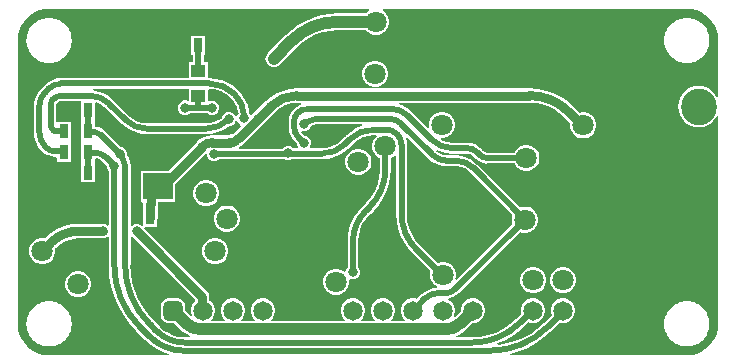
<source format=gbr>
%TF.GenerationSoftware,Altium Limited,Altium Designer,24.7.2 (38)*%
G04 Layer_Physical_Order=1*
G04 Layer_Color=255*
%FSLAX43Y43*%
%MOMM*%
%TF.SameCoordinates,A6C98B59-F63B-4C8E-8392-574C2285590F*%
%TF.FilePolarity,Positive*%
%TF.FileFunction,Copper,L1,Top,Signal*%
%TF.Part,Single*%
G01*
G75*
%TA.AperFunction,Conductor*%
%ADD10C,1.000*%
%ADD11C,0.800*%
%ADD12C,0.500*%
%TA.AperFunction,SMDPad,CuDef*%
%ADD13R,2.500X2.200*%
%ADD14R,1.200X1.100*%
%ADD15R,0.800X1.250*%
%TA.AperFunction,ComponentPad*%
%ADD16C,1.800*%
%ADD17O,3.000X3.100*%
%ADD18C,1.650*%
G04:AMPARAMS|DCode=19|XSize=1.65mm|YSize=1.65mm|CornerRadius=0.413mm|HoleSize=0mm|Usage=FLASHONLY|Rotation=180.000|XOffset=0mm|YOffset=0mm|HoleType=Round|Shape=RoundedRectangle|*
%AMROUNDEDRECTD19*
21,1,1.650,0.825,0,0,180.0*
21,1,0.825,1.650,0,0,180.0*
1,1,0.825,-0.413,0.413*
1,1,0.825,0.413,0.413*
1,1,0.825,0.413,-0.413*
1,1,0.825,-0.413,-0.413*
%
%ADD19ROUNDEDRECTD19*%
%TA.AperFunction,ViaPad*%
%ADD20C,0.800*%
G36*
X57000Y29667D02*
Y29667D01*
X57124Y29659D01*
X57417Y29636D01*
X57825Y29538D01*
X58211Y29378D01*
X58569Y29159D01*
X58887Y28887D01*
X59159Y28569D01*
X59378Y28211D01*
X59538Y27825D01*
X59636Y27417D01*
X59659Y27124D01*
X59667Y27000D01*
X59667Y27000D01*
X59667Y26873D01*
X59667Y22208D01*
X59540Y22176D01*
X59420Y22399D01*
X59208Y22658D01*
X58949Y22870D01*
X58654Y23028D01*
X58333Y23125D01*
X58000Y23158D01*
X57667Y23125D01*
X57346Y23028D01*
X57051Y22870D01*
X56792Y22658D01*
X56580Y22399D01*
X56422Y22104D01*
X56325Y21783D01*
X56292Y21450D01*
Y21350D01*
X56325Y21017D01*
X56422Y20696D01*
X56580Y20401D01*
X56792Y20142D01*
X57051Y19930D01*
X57346Y19772D01*
X57667Y19675D01*
X58000Y19642D01*
X58333Y19675D01*
X58654Y19772D01*
X58949Y19930D01*
X59208Y20142D01*
X59420Y20401D01*
X59540Y20624D01*
X59667Y20592D01*
X59667Y3125D01*
X59667Y3003D01*
X59667Y3000D01*
D01*
X59659Y2877D01*
X59636Y2583D01*
X59538Y2175D01*
X59378Y1789D01*
X59159Y1431D01*
X58887Y1113D01*
X58569Y841D01*
X58211Y622D01*
X57825Y462D01*
X57417Y364D01*
X57124Y341D01*
X57000Y333D01*
X57000Y333D01*
X56873Y333D01*
X42038D01*
X42020Y460D01*
X42769Y676D01*
X43531Y992D01*
X44252Y1391D01*
X44925Y1868D01*
X45448Y2335D01*
X45540Y2417D01*
X45541Y2419D01*
X45628Y2510D01*
X46248Y3129D01*
X46375Y3095D01*
X46645D01*
X46906Y3165D01*
X47139Y3300D01*
X47330Y3491D01*
X47465Y3724D01*
X47535Y3985D01*
Y4255D01*
X47465Y4516D01*
X47330Y4749D01*
X47139Y4940D01*
X46906Y5075D01*
X46645Y5145D01*
X46375D01*
X46114Y5075D01*
X45881Y4940D01*
X45690Y4749D01*
X45555Y4516D01*
X45485Y4255D01*
Y3985D01*
X45553Y3732D01*
X44890Y3069D01*
X44876Y3048D01*
X44355Y2582D01*
X43766Y2165D01*
X43134Y1815D01*
X42467Y1539D01*
X41773Y1339D01*
X41061Y1218D01*
X40989Y1214D01*
X40960Y1340D01*
X41498Y1562D01*
X42103Y1897D01*
X42667Y2297D01*
X43182Y2757D01*
X43182Y2758D01*
X43586Y3162D01*
X43835Y3095D01*
X44105D01*
X44366Y3165D01*
X44599Y3300D01*
X44790Y3491D01*
X44925Y3724D01*
X44995Y3985D01*
Y4255D01*
X44925Y4516D01*
X44790Y4749D01*
X44599Y4940D01*
X44366Y5075D01*
X44105Y5145D01*
X43835D01*
X43574Y5075D01*
X43341Y4940D01*
X43150Y4749D01*
X43015Y4516D01*
X42945Y4255D01*
Y3985D01*
X42980Y3854D01*
X42533Y3407D01*
X42517Y3383D01*
X42022Y2949D01*
X41450Y2567D01*
X40834Y2263D01*
X40183Y2042D01*
X39509Y1908D01*
X38852Y1865D01*
X38825Y1870D01*
X38823Y1870D01*
X38823Y1870D01*
X38822Y1870D01*
X37484D01*
X37466Y1996D01*
X37509Y2009D01*
X37955Y2248D01*
X38346Y2569D01*
X38342Y2573D01*
X38863Y3095D01*
X39025D01*
X39286Y3165D01*
X39519Y3300D01*
X39710Y3491D01*
X39845Y3724D01*
X39915Y3985D01*
Y4255D01*
X39845Y4516D01*
X39710Y4749D01*
X39519Y4940D01*
X39286Y5075D01*
X39025Y5145D01*
X38755D01*
X38494Y5075D01*
X38261Y4940D01*
X38070Y4749D01*
X37935Y4516D01*
X37865Y4255D01*
Y4093D01*
X37392Y3620D01*
X37290Y3698D01*
X37305Y3724D01*
X37375Y3985D01*
Y4255D01*
X37305Y4516D01*
X37170Y4749D01*
X36979Y4940D01*
X36820Y5032D01*
X36848Y5162D01*
X36848Y5163D01*
X37169Y5260D01*
X37466Y5419D01*
X37723Y5630D01*
X37727Y5632D01*
X42889Y10794D01*
X43130Y10729D01*
X43420D01*
X43700Y10804D01*
X43950Y10949D01*
X44155Y11154D01*
X44300Y11405D01*
X44375Y11685D01*
Y11974D01*
X44300Y12254D01*
X44155Y12505D01*
X43950Y12710D01*
X43700Y12855D01*
X43420Y12929D01*
X43130D01*
X42889Y12865D01*
X39272Y16482D01*
X39184Y16573D01*
X39184Y16573D01*
X38828Y16865D01*
X38421Y17082D01*
X37980Y17216D01*
X37521Y17261D01*
Y17259D01*
X36718D01*
X36718Y17259D01*
X36717Y17259D01*
X36716Y17259D01*
X36692Y17254D01*
X36355Y17298D01*
X36018Y17438D01*
X35827Y17584D01*
X35804Y17605D01*
X35867Y17714D01*
X36252Y17554D01*
X36682Y17451D01*
X37124Y17416D01*
X37125Y17416D01*
X37126Y17416D01*
X38438D01*
X38459Y17420D01*
X38683Y17376D01*
X38873Y17249D01*
X38885Y17231D01*
X39135Y16981D01*
X39135Y16981D01*
X39133Y16979D01*
X39420Y16759D01*
X39755Y16620D01*
X40113Y16573D01*
X40113Y16575D01*
X40113Y16576D01*
X42415Y16576D01*
X42541Y16359D01*
X42745Y16154D01*
X42996Y16010D01*
X43276Y15935D01*
X43566D01*
X43845Y16010D01*
X44096Y16154D01*
X44301Y16359D01*
X44446Y16610D01*
X44521Y16890D01*
Y17179D01*
X44446Y17459D01*
X44301Y17710D01*
X44096Y17915D01*
X43845Y18060D01*
X43566Y18135D01*
X43276D01*
X42996Y18060D01*
X42745Y17915D01*
X42541Y17710D01*
X42415Y17493D01*
X40113Y17493D01*
X40100Y17491D01*
X39933Y17524D01*
X39881Y17559D01*
X39784Y17630D01*
X39694Y17720D01*
X39534Y17880D01*
X39534Y17880D01*
X39534Y17880D01*
X39534Y17880D01*
X39522Y17888D01*
X39298Y18071D01*
X39031Y18215D01*
X38740Y18303D01*
X38451Y18331D01*
X38438Y18334D01*
X37126D01*
X37107Y18330D01*
X36751Y18365D01*
X36393Y18474D01*
X36114Y18623D01*
X36146Y18750D01*
X36396D01*
X36676Y18825D01*
X36927Y18970D01*
X37131Y19175D01*
X37276Y19425D01*
X37351Y19705D01*
Y19995D01*
X37276Y20275D01*
X37131Y20525D01*
X36927Y20730D01*
X36676Y20875D01*
X36396Y20950D01*
X36106D01*
X35827Y20875D01*
X35576Y20730D01*
X35371Y20525D01*
X35226Y20275D01*
X35151Y19995D01*
Y19705D01*
X35156Y19686D01*
X35046Y19622D01*
X33738Y20931D01*
X33738Y20931D01*
X33740Y20934D01*
X33350Y21253D01*
X32905Y21491D01*
X32592Y21586D01*
X32611Y21713D01*
X43664D01*
X43694Y21719D01*
X44203Y21686D01*
X44733Y21580D01*
X45245Y21407D01*
X45729Y21168D01*
X46178Y20868D01*
X46560Y20533D01*
X46577Y20508D01*
X47128Y19957D01*
X47125Y19945D01*
Y19655D01*
X47200Y19375D01*
X47345Y19125D01*
X47550Y18920D01*
X47800Y18775D01*
X48080Y18700D01*
X48370D01*
X48650Y18775D01*
X48900Y18920D01*
X49105Y19125D01*
X49250Y19375D01*
X49325Y19655D01*
Y19945D01*
X49250Y20225D01*
X49105Y20475D01*
X48900Y20680D01*
X48650Y20825D01*
X48370Y20900D01*
X48080D01*
X47950Y20865D01*
X47531Y21284D01*
X47442Y21373D01*
X47441Y21374D01*
X47441Y21374D01*
X47439Y21376D01*
X46918Y21832D01*
X46337Y22220D01*
X45710Y22530D01*
X45048Y22754D01*
X44362Y22891D01*
X43667Y22936D01*
X43664Y22937D01*
X23980D01*
X23979Y22937D01*
X23979Y22937D01*
X23978D01*
Y22937D01*
X23977D01*
X23974Y22936D01*
X23395Y22891D01*
X22827Y22754D01*
X22287Y22531D01*
X21789Y22225D01*
X21347Y21847D01*
X21345Y21846D01*
X20141Y20642D01*
X20016Y20667D01*
X19991Y20729D01*
X19964Y20756D01*
X19945Y20997D01*
X19826Y21490D01*
X19632Y21958D01*
X19367Y22391D01*
X19117Y22684D01*
X19038Y22778D01*
X19038Y22778D01*
X18619Y23135D01*
X18145Y23425D01*
X17633Y23638D01*
X17093Y23767D01*
X16542Y23811D01*
X16520Y23828D01*
X16446Y23896D01*
Y25150D01*
X16105D01*
Y25750D01*
X16220D01*
Y27400D01*
X15020D01*
Y25750D01*
X15188D01*
Y25150D01*
X14846D01*
Y23809D01*
X4018D01*
Y23809D01*
X3650Y23773D01*
X3296Y23665D01*
X2969Y23491D01*
X2777Y23333D01*
X2776Y23333D01*
X2776Y23333D01*
X2776Y23332D01*
X2775Y23332D01*
X2683Y23256D01*
X2681Y23254D01*
X2681Y23254D01*
X2409Y22982D01*
X2319Y22893D01*
X2317Y22892D01*
X2241Y22799D01*
X2058Y22576D01*
X1865Y22215D01*
X1747Y21824D01*
X1707Y21418D01*
X1707Y21418D01*
X1707Y21418D01*
X1708Y21299D01*
Y19404D01*
X1706Y19277D01*
X1705Y19276D01*
X1717Y19154D01*
X1750Y18824D01*
X1882Y18389D01*
X2096Y17989D01*
X2352Y17676D01*
X2383Y17639D01*
X2406Y17617D01*
X2439Y17586D01*
X2439Y17586D01*
X2439Y17586D01*
X2439Y17586D01*
X2439Y17586D01*
X2439Y17586D01*
X2452Y17577D01*
X2670Y17398D01*
X2932Y17258D01*
X3216Y17172D01*
X3495Y17144D01*
X3511Y17141D01*
Y17141D01*
X3511Y17141D01*
X3612Y17141D01*
X3702Y17051D01*
Y16736D01*
X4902D01*
Y18386D01*
X4902D01*
Y18480D01*
X4902D01*
Y20130D01*
X3702D01*
Y20130D01*
X3584Y20152D01*
X3584Y21440D01*
X3584Y21478D01*
X3597Y21599D01*
X3597Y21600D01*
X3827Y21829D01*
X3833Y21838D01*
X3906Y21868D01*
X3916Y21866D01*
X5702D01*
Y20238D01*
X5702D01*
X5702Y20130D01*
X5702D01*
X5702Y20111D01*
Y18480D01*
X5702D01*
Y18386D01*
X5702D01*
Y16736D01*
X5702D01*
X5700Y16632D01*
X5700D01*
X5700Y16610D01*
Y14982D01*
X6900D01*
Y16632D01*
X6900D01*
X6902Y16736D01*
X6902D01*
X6902Y16758D01*
Y16941D01*
X6997Y17025D01*
X7089Y17013D01*
X7318Y16918D01*
X7505Y16774D01*
X7513Y16763D01*
X7875Y16401D01*
Y16281D01*
X7966Y16060D01*
X8066Y15960D01*
Y11366D01*
X8064Y11364D01*
X7939Y11310D01*
X7930Y11316D01*
X7888Y11359D01*
X7832Y11382D01*
X7782Y11415D01*
X7723Y11427D01*
X7667Y11450D01*
X7607D01*
X7548Y11462D01*
X5569D01*
X5567Y11463D01*
Y11463D01*
X4927Y11412D01*
X4303Y11262D01*
X3709Y11017D01*
X3162Y10681D01*
X2768Y10344D01*
X2674Y10264D01*
X2673Y10264D01*
X2552Y10250D01*
X2281D01*
X2001Y10175D01*
X1751Y10030D01*
X1546Y9825D01*
X1401Y9575D01*
X1326Y9295D01*
Y9005D01*
X1401Y8725D01*
X1546Y8475D01*
X1751Y8270D01*
X2001Y8125D01*
X2281Y8050D01*
X2571D01*
X2851Y8125D01*
X3101Y8270D01*
X3306Y8475D01*
X3451Y8725D01*
X3526Y9005D01*
Y9295D01*
X3507Y9366D01*
X3539Y9398D01*
X3555Y9422D01*
X3877Y9697D01*
X4262Y9933D01*
X4679Y10105D01*
X5118Y10211D01*
X5441Y10236D01*
X5567Y10238D01*
X5568Y10238D01*
X5570Y10238D01*
X7548D01*
X7607Y10250D01*
X7667D01*
X7723Y10273D01*
X7782Y10285D01*
X7832Y10318D01*
X7888Y10341D01*
X7930Y10384D01*
X7939Y10390D01*
X8064Y10336D01*
X8066Y10334D01*
Y8085D01*
X8063Y7959D01*
X8063Y7959D01*
X8070Y7835D01*
X8112Y7083D01*
X8259Y6218D01*
X8502Y5375D01*
X8838Y4565D01*
X9262Y3797D01*
X9770Y3081D01*
X10354Y2427D01*
X10354D01*
X10358Y2428D01*
X11068Y1718D01*
X11150Y1634D01*
Y1634D01*
Y1634D01*
X11150Y1634D01*
X11610Y1231D01*
X12118Y891D01*
X12667Y621D01*
X13139Y460D01*
X13118Y333D01*
X3127D01*
X3000Y333D01*
X2876Y341D01*
X2583Y364D01*
X2175Y462D01*
X1789Y622D01*
X1431Y841D01*
X1113Y1113D01*
X841Y1431D01*
X622Y1789D01*
X462Y2175D01*
X364Y2583D01*
X341Y2876D01*
X333Y3000D01*
X333Y3127D01*
X333Y26873D01*
X333Y27000D01*
X341Y27124D01*
X364Y27417D01*
X462Y27825D01*
X622Y28211D01*
X841Y28569D01*
X1113Y28887D01*
X1431Y29159D01*
X1789Y29378D01*
X2175Y29538D01*
X2583Y29636D01*
X2874Y29659D01*
X3000Y29667D01*
X3000Y29667D01*
X3124Y29667D01*
X30123D01*
X30157Y29540D01*
X30011Y29455D01*
X29837Y29281D01*
X27467D01*
Y29285D01*
X26763Y29245D01*
X26068Y29127D01*
X25390Y28932D01*
X24739Y28662D01*
X24122Y28321D01*
X23547Y27914D01*
X23115Y27527D01*
X23022Y27444D01*
X23021Y27443D01*
X22935Y27352D01*
X21533Y25949D01*
X21421Y25803D01*
X21350Y25633D01*
X21326Y25450D01*
Y25450D01*
X21350Y25267D01*
X21421Y25097D01*
X21533Y24951D01*
X21679Y24839D01*
X21849Y24768D01*
X22032Y24744D01*
X22215Y24768D01*
X22385Y24839D01*
X22531Y24951D01*
X22532Y24951D01*
X24022Y26442D01*
X24034Y26457D01*
X24500Y26866D01*
X25030Y27220D01*
X25601Y27502D01*
X26205Y27707D01*
X26830Y27831D01*
X27447Y27871D01*
X27467Y27869D01*
X29837D01*
X30011Y27695D01*
X30262Y27550D01*
X30542Y27475D01*
X30831D01*
X31111Y27550D01*
X31362Y27695D01*
X31567Y27900D01*
X31712Y28150D01*
X31787Y28430D01*
Y28720D01*
X31712Y29000D01*
X31567Y29250D01*
X31362Y29455D01*
X31216Y29540D01*
X31250Y29667D01*
X56875D01*
X57000Y29667D01*
D02*
G37*
G36*
X17052Y22850D02*
X17545Y22700D01*
X17999Y22457D01*
X18297Y22213D01*
X18388Y22127D01*
X18388Y22127D01*
X18388Y22127D01*
X18473Y22035D01*
X18682Y21780D01*
X18896Y21379D01*
X19028Y20944D01*
X19043Y20798D01*
X18973Y20729D01*
X18910Y20576D01*
X18773D01*
X18721Y20701D01*
X18552Y20870D01*
X18331Y20961D01*
X18093D01*
X17872Y20870D01*
X17703Y20701D01*
X17612Y20480D01*
Y20403D01*
X17545Y20348D01*
X17149Y20137D01*
X16718Y20006D01*
X16295Y19964D01*
X16272Y19969D01*
X16270Y19969D01*
X16270Y19969D01*
X16269Y19969D01*
X11316D01*
X11315Y19969D01*
X11315Y19969D01*
X11313Y19969D01*
X11292Y19965D01*
X10896Y20004D01*
X10495Y20126D01*
X10124Y20324D01*
X9897Y20510D01*
X9804Y20594D01*
X9803Y20596D01*
X9803Y20596D01*
X9802Y20597D01*
X8437Y21962D01*
X8437Y21962D01*
X8437Y21962D01*
X8435Y21964D01*
X8435Y21964D01*
X8435Y21964D01*
X8434Y21964D01*
X8433Y21966D01*
X8101Y22249D01*
X7726Y22478D01*
X7320Y22647D01*
X6893Y22749D01*
X6702Y22764D01*
X6707Y22891D01*
X14846D01*
Y21944D01*
X14741Y21873D01*
X14644Y21913D01*
X14406D01*
X14185Y21822D01*
X14016Y21653D01*
X13925Y21433D01*
Y21194D01*
X14016Y20974D01*
X14185Y20805D01*
X14406Y20713D01*
X14644D01*
X14865Y20805D01*
X14911Y20851D01*
X16432D01*
X16485Y20798D01*
X16706Y20707D01*
X16944D01*
X17165Y20798D01*
X17334Y20967D01*
X17425Y21187D01*
Y21426D01*
X17334Y21647D01*
X17165Y21815D01*
X16944Y21907D01*
X16706D01*
X16573Y21852D01*
X16446Y21937D01*
Y22811D01*
X16538Y22891D01*
X16542Y22891D01*
X16570Y22897D01*
X17052Y22850D01*
D02*
G37*
G36*
X24392Y21586D02*
X24277Y21551D01*
X23977Y21391D01*
X23717Y21178D01*
X23713Y21175D01*
X23713Y21175D01*
X23711Y21177D01*
X23482Y20879D01*
X23337Y20530D01*
X23288Y20155D01*
X23291Y20155D01*
X23291Y20155D01*
Y19645D01*
X23293Y19635D01*
X23323Y19335D01*
X23413Y19038D01*
X23559Y18765D01*
X23745Y18538D01*
X23753Y18526D01*
X24007Y18272D01*
Y18202D01*
X24098Y17981D01*
X24103Y17976D01*
X24055Y17859D01*
X23684D01*
X23599Y17944D01*
X23379Y18035D01*
X23140D01*
X22920Y17944D01*
X22817Y17841D01*
X19111D01*
X19084Y17967D01*
X19093Y17972D01*
X19106Y17985D01*
X19223Y18048D01*
X19474Y18253D01*
X19500Y18271D01*
X19500Y18271D01*
X19500Y18271D01*
X19589Y18360D01*
X22210Y20981D01*
X22231Y21013D01*
X22583Y21301D01*
X23017Y21533D01*
X23488Y21676D01*
X23851Y21712D01*
X23978Y21713D01*
X23979Y21713D01*
X23981Y21713D01*
X24373D01*
X24392Y21586D01*
D02*
G37*
G36*
X7178Y21728D02*
X7504Y21553D01*
X7693Y21398D01*
X7786Y21315D01*
X7786Y21315D01*
X7788Y21313D01*
X9071Y20031D01*
X9155Y19945D01*
Y19945D01*
X9155Y19945D01*
X9519Y19634D01*
X9928Y19384D01*
X10371Y19200D01*
X10836Y19088D01*
X11314Y19051D01*
Y19051D01*
X11315Y19051D01*
X11316Y19051D01*
X16154D01*
X16271Y19050D01*
X16271Y19050D01*
X16271Y19050D01*
X16772Y19090D01*
X17261Y19207D01*
X17726Y19400D01*
X18155Y19662D01*
X18270Y19761D01*
X18331D01*
X18552Y19852D01*
X18721Y20021D01*
X18784Y20174D01*
X18922D01*
X18973Y20049D01*
X19142Y19880D01*
X19204Y19855D01*
X19229Y19730D01*
X18635Y19136D01*
X18620Y19114D01*
X18522Y19048D01*
X18143Y18962D01*
X16813Y18962D01*
X16813Y18962D01*
X16813Y18962D01*
Y18962D01*
X16781Y18956D01*
X16463Y18924D01*
X16127Y18822D01*
X15818Y18657D01*
X15570Y18454D01*
X15544Y18436D01*
X13058Y15950D01*
X10770D01*
Y13350D01*
X10885D01*
X10978Y13223D01*
X10963Y13150D01*
Y11975D01*
X10970Y11943D01*
Y11350D01*
X10899Y11307D01*
X10843Y11293D01*
X10807Y11316D01*
X10765Y11359D01*
X10709Y11382D01*
X10659Y11415D01*
X10600Y11427D01*
X10544Y11450D01*
X10484D01*
X10425Y11462D01*
X10366Y11450D01*
X10306D01*
X10250Y11427D01*
X10191Y11415D01*
X10141Y11382D01*
X10085Y11359D01*
X10043Y11316D01*
X10026Y11305D01*
X9915Y11347D01*
X9899Y11361D01*
Y15991D01*
X9899Y16357D01*
X9899Y16357D01*
X9899D01*
X9899Y16358D01*
X9864Y16712D01*
X9760Y17053D01*
X9642Y17275D01*
Y17483D01*
X9550Y17703D01*
X9381Y17872D01*
X9161Y17963D01*
X9090D01*
X7714Y19340D01*
X7715Y19341D01*
X7457Y19539D01*
X7156Y19664D01*
X6902Y19698D01*
Y20130D01*
X6902D01*
X6902Y20238D01*
X6902D01*
X6902Y20257D01*
Y21705D01*
X7004Y21780D01*
X7178Y21728D01*
D02*
G37*
G36*
X25611Y19891D02*
X29523D01*
X29538Y19764D01*
X29435Y19740D01*
X28964Y19545D01*
X28529Y19278D01*
X28234Y19026D01*
X28142Y18947D01*
X28140Y18945D01*
X28051Y18855D01*
X27726Y18529D01*
X27712Y18508D01*
X27382Y18238D01*
X26986Y18026D01*
X26556Y17896D01*
X26134Y17854D01*
X26110Y17859D01*
X26108Y17859D01*
X26108Y17859D01*
X26108Y17859D01*
X25159D01*
X25111Y17976D01*
X25116Y17981D01*
X25207Y18202D01*
Y18440D01*
X25116Y18661D01*
X24947Y18830D01*
X24726Y18921D01*
X24656D01*
X24402Y19175D01*
X24398Y19178D01*
X24357Y19231D01*
X24364Y19267D01*
X24488Y19353D01*
X24726D01*
X24947Y19444D01*
X25116Y19613D01*
X25187Y19785D01*
X25378Y19864D01*
X25600Y19893D01*
X25611Y19891D01*
D02*
G37*
G36*
X30439Y18980D02*
X30691D01*
X30743Y18853D01*
X30595Y18704D01*
X30450Y18453D01*
X30375Y18174D01*
Y17884D01*
X30450Y17604D01*
X30595Y17353D01*
X30800Y17149D01*
X31016Y17024D01*
Y16078D01*
X31016Y16076D01*
X31016Y16075D01*
X31015Y15949D01*
X30975Y15447D01*
X30828Y14834D01*
X30587Y14252D01*
X30258Y13714D01*
X29867Y13257D01*
X29841Y13240D01*
X29484Y12883D01*
X29484Y12883D01*
X29483Y12882D01*
X29126Y12475D01*
X28825Y12025D01*
X28586Y11540D01*
X28412Y11027D01*
X28307Y10497D01*
X28279Y10080D01*
X28271Y9957D01*
X28271Y9956D01*
X28271Y9954D01*
Y7747D01*
X28221Y7698D01*
X28130Y7477D01*
Y7468D01*
X28013Y7419D01*
X27977Y7455D01*
X27726Y7600D01*
X27446Y7675D01*
X27156D01*
X26877Y7600D01*
X26626Y7455D01*
X26421Y7250D01*
X26276Y7000D01*
X26201Y6720D01*
Y6430D01*
X26276Y6150D01*
X26421Y5900D01*
X26626Y5695D01*
X26877Y5550D01*
X27156Y5475D01*
X27446D01*
X27726Y5550D01*
X27977Y5695D01*
X28181Y5900D01*
X28326Y6150D01*
X28401Y6430D01*
Y6707D01*
X28435Y6744D01*
X28512Y6799D01*
X28611Y6758D01*
X28849D01*
X29070Y6849D01*
X29239Y7018D01*
X29330Y7238D01*
Y7477D01*
X29239Y7698D01*
X29189Y7747D01*
Y9955D01*
X29189Y9956D01*
X29189Y9956D01*
X29189Y9957D01*
X29184Y9979D01*
X29222Y10461D01*
X29341Y10953D01*
X29534Y11421D01*
X29799Y11852D01*
X30047Y12143D01*
X30133Y12234D01*
X30133Y12234D01*
X30223Y12324D01*
X30400Y12501D01*
X30491Y12589D01*
X30492Y12591D01*
X30573Y12683D01*
X30917Y13076D01*
X31275Y13612D01*
X31560Y14190D01*
X31768Y14800D01*
X31893Y15432D01*
X31936Y16075D01*
X31936D01*
X31934Y16077D01*
Y17024D01*
X32150Y17149D01*
X32264Y17262D01*
X32391Y17210D01*
Y12318D01*
X32391Y12316D01*
X32390Y12315D01*
X32430Y11699D01*
X32551Y11094D01*
X32749Y10509D01*
X33022Y9956D01*
X33365Y9442D01*
X33691Y9070D01*
X33772Y8978D01*
X33774Y8977D01*
X33864Y8888D01*
X35294Y7458D01*
X35250Y7295D01*
Y7005D01*
X35325Y6725D01*
X35470Y6475D01*
X35675Y6270D01*
X35843Y6173D01*
X35815Y6042D01*
X35499Y6011D01*
X35147Y5904D01*
X34823Y5731D01*
X34634Y5576D01*
X34539Y5498D01*
X34539Y5498D01*
X34449Y5408D01*
X34135Y5094D01*
X33945Y5145D01*
X33675D01*
X33414Y5075D01*
X33181Y4940D01*
X32990Y4749D01*
X32855Y4516D01*
X32785Y4255D01*
Y3985D01*
X32855Y3724D01*
X32990Y3491D01*
X33122Y3358D01*
X33070Y3231D01*
X32010D01*
X31958Y3358D01*
X32090Y3491D01*
X32225Y3724D01*
X32295Y3985D01*
Y4255D01*
X32225Y4516D01*
X32090Y4749D01*
X31899Y4940D01*
X31666Y5075D01*
X31405Y5145D01*
X31135D01*
X30874Y5075D01*
X30641Y4940D01*
X30450Y4749D01*
X30315Y4516D01*
X30245Y4255D01*
Y3985D01*
X30315Y3724D01*
X30450Y3491D01*
X30582Y3358D01*
X30530Y3231D01*
X29470D01*
X29418Y3358D01*
X29550Y3491D01*
X29685Y3724D01*
X29755Y3985D01*
Y4255D01*
X29685Y4516D01*
X29550Y4749D01*
X29359Y4940D01*
X29126Y5075D01*
X28865Y5145D01*
X28595D01*
X28334Y5075D01*
X28101Y4940D01*
X27910Y4749D01*
X27775Y4516D01*
X27705Y4255D01*
Y3985D01*
X27775Y3724D01*
X27910Y3491D01*
X28042Y3358D01*
X27990Y3231D01*
X21850Y3231D01*
X21798Y3358D01*
X21930Y3491D01*
X22065Y3724D01*
X22135Y3985D01*
Y4255D01*
X22065Y4516D01*
X21930Y4749D01*
X21739Y4940D01*
X21506Y5075D01*
X21245Y5145D01*
X20975D01*
X20714Y5075D01*
X20481Y4940D01*
X20290Y4749D01*
X20155Y4516D01*
X20085Y4255D01*
Y3985D01*
X20155Y3724D01*
X20290Y3491D01*
X20422Y3358D01*
X20370Y3231D01*
X19310D01*
X19258Y3358D01*
X19390Y3491D01*
X19525Y3724D01*
X19595Y3985D01*
Y4255D01*
X19525Y4516D01*
X19390Y4749D01*
X19199Y4940D01*
X18966Y5075D01*
X18705Y5145D01*
X18435D01*
X18174Y5075D01*
X17941Y4940D01*
X17750Y4749D01*
X17615Y4516D01*
X17545Y4255D01*
Y3985D01*
X17615Y3724D01*
X17750Y3491D01*
X17882Y3358D01*
X17830Y3231D01*
X16770D01*
X16718Y3358D01*
X16850Y3491D01*
X16985Y3724D01*
X17055Y3985D01*
Y4255D01*
X16985Y4516D01*
X16850Y4749D01*
X16659Y4940D01*
X16572Y4990D01*
Y5314D01*
X16526Y5549D01*
X16393Y5747D01*
X11043Y11097D01*
X11095Y11224D01*
X12170D01*
Y11889D01*
X12187Y11975D01*
Y13017D01*
X12205Y13061D01*
Y13121D01*
X12217Y13180D01*
Y13350D01*
X13670D01*
Y14832D01*
X16273Y17435D01*
X16400Y17382D01*
Y17244D01*
X16491Y17024D01*
X16660Y16855D01*
X16881Y16764D01*
X17119D01*
X17340Y16855D01*
X17408Y16923D01*
X22928D01*
X23140Y16835D01*
X23379D01*
X23599Y16926D01*
X23614Y16941D01*
X25983D01*
X26109Y16940D01*
X26232Y16950D01*
X26610Y16980D01*
X27099Y17097D01*
X27563Y17289D01*
X27992Y17552D01*
X28282Y17799D01*
X28374Y17878D01*
X28375Y17880D01*
X28464Y17970D01*
X28790Y18296D01*
X28804Y18317D01*
X29141Y18593D01*
X29545Y18809D01*
X29983Y18942D01*
X30414Y18985D01*
X30439Y18980D01*
D02*
G37*
G36*
X34996Y17106D02*
X35083Y17015D01*
Y17015D01*
X35083Y17015D01*
X35433Y16728D01*
X35833Y16515D01*
X36266Y16383D01*
X36716Y16339D01*
Y16339D01*
X36717Y16341D01*
X36719Y16341D01*
X37521D01*
X37547Y16346D01*
X37894Y16301D01*
X38241Y16157D01*
X38519Y15944D01*
X38533Y15922D01*
X42240Y12216D01*
X42175Y11974D01*
Y11685D01*
X42240Y11443D01*
X37501Y6704D01*
X37387Y6770D01*
X37450Y7005D01*
Y7295D01*
X37375Y7575D01*
X37230Y7825D01*
X37025Y8030D01*
X36775Y8175D01*
X36495Y8250D01*
X36205D01*
X35925Y8175D01*
X35893Y8157D01*
X34423Y9627D01*
X34399Y9643D01*
X34028Y10077D01*
X33716Y10586D01*
X33487Y11138D01*
X33348Y11719D01*
X33303Y12287D01*
X33309Y12315D01*
X33309Y12317D01*
X33309Y12317D01*
X33309Y12317D01*
Y18138D01*
X33308Y18141D01*
X33275Y18483D01*
X33203Y18720D01*
X33315Y18787D01*
X34996Y17106D01*
D02*
G37*
G36*
X15349Y5061D02*
Y4888D01*
X15210Y4749D01*
X15075Y4516D01*
X15005Y4255D01*
Y3985D01*
X15075Y3724D01*
X15090Y3698D01*
X15088Y3696D01*
X14982Y3627D01*
X14527Y4081D01*
Y4532D01*
X14479Y4771D01*
X14344Y4974D01*
X14141Y5109D01*
X13903Y5157D01*
X13078D01*
X12839Y5109D01*
X12636Y4974D01*
X12501Y4771D01*
X12453Y4532D01*
Y3707D01*
X12501Y3469D01*
X12636Y3266D01*
X12839Y3131D01*
X13078Y3083D01*
X13529D01*
X13983Y2628D01*
X13983Y2627D01*
X13982Y2626D01*
X14310Y2346D01*
X14681Y2119D01*
X14974Y1997D01*
X14949Y1870D01*
X14644D01*
X14517Y1870D01*
X14517Y1870D01*
X14517Y1870D01*
X14391Y1875D01*
X14045Y1902D01*
X13590Y2011D01*
X13158Y2190D01*
X12758Y2435D01*
X12417Y2726D01*
X12406Y2743D01*
X11852Y3297D01*
X11830Y3311D01*
X11349Y3850D01*
X10915Y4461D01*
X10553Y5116D01*
X10267Y5808D01*
X10060Y6527D01*
X9934Y7265D01*
X9894Y7988D01*
X9899Y8014D01*
X9899Y8015D01*
X9899Y8016D01*
X9899Y8016D01*
Y10337D01*
X10026Y10384D01*
X15349Y5061D01*
D02*
G37*
%LPC*%
G36*
X57148Y28908D02*
X56852D01*
X56813Y28900D01*
X56773D01*
X56483Y28842D01*
X56446Y28827D01*
X56406Y28819D01*
X56133Y28706D01*
X56100Y28684D01*
X56063Y28668D01*
X55817Y28504D01*
X55789Y28476D01*
X55755Y28454D01*
X55546Y28245D01*
X55524Y28211D01*
X55496Y28183D01*
X55332Y27937D01*
X55316Y27900D01*
X55294Y27867D01*
X55181Y27594D01*
X55173Y27554D01*
X55158Y27517D01*
X55100Y27227D01*
Y27187D01*
X55092Y27148D01*
Y26852D01*
X55100Y26813D01*
Y26773D01*
X55158Y26483D01*
X55173Y26446D01*
X55181Y26406D01*
X55294Y26133D01*
X55316Y26100D01*
X55332Y26063D01*
X55496Y25817D01*
X55524Y25789D01*
X55546Y25755D01*
X55755Y25546D01*
X55789Y25524D01*
X55817Y25496D01*
X56063Y25332D01*
X56100Y25316D01*
X56133Y25294D01*
X56406Y25181D01*
X56446Y25173D01*
X56483Y25158D01*
X56773Y25100D01*
X56813D01*
X56852Y25092D01*
X57148D01*
X57187Y25100D01*
X57227D01*
X57517Y25158D01*
X57554Y25173D01*
X57594Y25181D01*
X57867Y25294D01*
X57900Y25316D01*
X57937Y25332D01*
X58183Y25496D01*
X58211Y25524D01*
X58245Y25546D01*
X58454Y25755D01*
X58476Y25789D01*
X58504Y25817D01*
X58668Y26063D01*
X58684Y26100D01*
X58706Y26133D01*
X58819Y26406D01*
X58827Y26446D01*
X58842Y26483D01*
X58900Y26773D01*
Y26813D01*
X58908Y26852D01*
Y27148D01*
X58900Y27187D01*
Y27227D01*
X58842Y27517D01*
X58827Y27554D01*
X58819Y27594D01*
X58706Y27867D01*
X58684Y27900D01*
X58668Y27937D01*
X58504Y28183D01*
X58476Y28211D01*
X58454Y28245D01*
X58245Y28454D01*
X58211Y28476D01*
X58183Y28504D01*
X57937Y28668D01*
X57900Y28684D01*
X57867Y28706D01*
X57594Y28819D01*
X57554Y28827D01*
X57517Y28842D01*
X57227Y28900D01*
X57187D01*
X57148Y28908D01*
D02*
G37*
G36*
X3148D02*
X2852D01*
X2813Y28900D01*
X2773D01*
X2483Y28842D01*
X2446Y28827D01*
X2406Y28819D01*
X2133Y28706D01*
X2100Y28684D01*
X2063Y28668D01*
X1817Y28504D01*
X1789Y28476D01*
X1755Y28454D01*
X1546Y28245D01*
X1524Y28211D01*
X1496Y28183D01*
X1332Y27937D01*
X1316Y27900D01*
X1294Y27867D01*
X1181Y27594D01*
X1173Y27554D01*
X1158Y27517D01*
X1100Y27227D01*
Y27187D01*
X1092Y27148D01*
Y26852D01*
X1100Y26813D01*
Y26773D01*
X1158Y26483D01*
X1173Y26446D01*
X1181Y26406D01*
X1294Y26133D01*
X1316Y26100D01*
X1332Y26063D01*
X1496Y25817D01*
X1524Y25789D01*
X1546Y25755D01*
X1755Y25546D01*
X1789Y25524D01*
X1817Y25496D01*
X2063Y25332D01*
X2100Y25316D01*
X2133Y25294D01*
X2406Y25181D01*
X2446Y25173D01*
X2483Y25158D01*
X2773Y25100D01*
X2813D01*
X2852Y25092D01*
X3148D01*
X3187Y25100D01*
X3227D01*
X3517Y25158D01*
X3554Y25173D01*
X3594Y25181D01*
X3867Y25294D01*
X3900Y25316D01*
X3937Y25332D01*
X4183Y25496D01*
X4211Y25524D01*
X4245Y25546D01*
X4454Y25755D01*
X4476Y25789D01*
X4504Y25817D01*
X4668Y26063D01*
X4684Y26100D01*
X4706Y26133D01*
X4819Y26406D01*
X4827Y26446D01*
X4842Y26483D01*
X4900Y26773D01*
Y26813D01*
X4908Y26852D01*
Y27148D01*
X4900Y27187D01*
Y27227D01*
X4842Y27517D01*
X4827Y27554D01*
X4819Y27594D01*
X4706Y27867D01*
X4684Y27900D01*
X4668Y27937D01*
X4504Y28183D01*
X4476Y28211D01*
X4454Y28245D01*
X4245Y28454D01*
X4211Y28476D01*
X4183Y28504D01*
X3937Y28668D01*
X3900Y28684D01*
X3867Y28706D01*
X3594Y28819D01*
X3554Y28827D01*
X3517Y28842D01*
X3227Y28900D01*
X3187D01*
X3148Y28908D01*
D02*
G37*
G36*
X30770Y25275D02*
X30480D01*
X30200Y25200D01*
X29950Y25055D01*
X29745Y24850D01*
X29600Y24600D01*
X29525Y24320D01*
Y24030D01*
X29600Y23750D01*
X29745Y23500D01*
X29950Y23295D01*
X30200Y23150D01*
X30480Y23075D01*
X30770D01*
X31050Y23150D01*
X31300Y23295D01*
X31505Y23500D01*
X31650Y23750D01*
X31725Y24030D01*
Y24320D01*
X31650Y24600D01*
X31505Y24850D01*
X31300Y25055D01*
X31050Y25200D01*
X30770Y25275D01*
D02*
G37*
G36*
X46655Y7791D02*
X46365D01*
X46085Y7716D01*
X45835Y7572D01*
X45630Y7367D01*
X45485Y7116D01*
X45410Y6836D01*
Y6547D01*
X45485Y6267D01*
X45630Y6016D01*
X45835Y5811D01*
X46085Y5666D01*
X46365Y5591D01*
X46655D01*
X46935Y5666D01*
X47185Y5811D01*
X47390Y6016D01*
X47535Y6267D01*
X47610Y6547D01*
Y6836D01*
X47535Y7116D01*
X47390Y7367D01*
X47185Y7572D01*
X46935Y7716D01*
X46655Y7791D01*
D02*
G37*
G36*
X44145D02*
X43855D01*
X43575Y7716D01*
X43325Y7572D01*
X43120Y7367D01*
X42975Y7116D01*
X42900Y6836D01*
Y6547D01*
X42975Y6267D01*
X43120Y6016D01*
X43325Y5811D01*
X43575Y5666D01*
X43855Y5591D01*
X44145D01*
X44425Y5666D01*
X44675Y5811D01*
X44880Y6016D01*
X45025Y6267D01*
X45100Y6547D01*
Y6836D01*
X45025Y7116D01*
X44880Y7367D01*
X44675Y7572D01*
X44425Y7716D01*
X44145Y7791D01*
D02*
G37*
G36*
X5595Y7450D02*
X5305D01*
X5025Y7375D01*
X4775Y7230D01*
X4570Y7025D01*
X4425Y6774D01*
X4350Y6495D01*
Y6205D01*
X4425Y5925D01*
X4570Y5674D01*
X4775Y5470D01*
X5025Y5325D01*
X5305Y5250D01*
X5595D01*
X5875Y5325D01*
X6125Y5470D01*
X6330Y5674D01*
X6475Y5925D01*
X6550Y6205D01*
Y6495D01*
X6475Y6774D01*
X6330Y7025D01*
X6125Y7230D01*
X5875Y7375D01*
X5595Y7450D01*
D02*
G37*
G36*
X57148Y4908D02*
X56852D01*
X56813Y4900D01*
X56773D01*
X56483Y4842D01*
X56446Y4827D01*
X56406Y4819D01*
X56133Y4706D01*
X56100Y4684D01*
X56063Y4668D01*
X55817Y4504D01*
X55789Y4476D01*
X55755Y4454D01*
X55546Y4245D01*
X55524Y4211D01*
X55496Y4183D01*
X55332Y3937D01*
X55316Y3900D01*
X55294Y3867D01*
X55181Y3594D01*
X55173Y3554D01*
X55158Y3517D01*
X55100Y3227D01*
Y3187D01*
X55092Y3148D01*
Y2852D01*
X55100Y2813D01*
Y2773D01*
X55158Y2483D01*
X55173Y2446D01*
X55181Y2406D01*
X55294Y2133D01*
X55316Y2100D01*
X55332Y2063D01*
X55496Y1817D01*
X55524Y1789D01*
X55546Y1755D01*
X55755Y1546D01*
X55789Y1524D01*
X55817Y1496D01*
X56063Y1332D01*
X56100Y1316D01*
X56133Y1294D01*
X56406Y1181D01*
X56446Y1173D01*
X56483Y1158D01*
X56773Y1100D01*
X56813D01*
X56852Y1092D01*
X57148D01*
X57187Y1100D01*
X57227D01*
X57517Y1158D01*
X57554Y1173D01*
X57594Y1181D01*
X57867Y1294D01*
X57900Y1316D01*
X57937Y1332D01*
X58183Y1496D01*
X58211Y1524D01*
X58245Y1546D01*
X58454Y1755D01*
X58476Y1789D01*
X58504Y1817D01*
X58668Y2063D01*
X58684Y2100D01*
X58706Y2133D01*
X58819Y2406D01*
X58827Y2446D01*
X58842Y2483D01*
X58900Y2773D01*
Y2813D01*
X58908Y2852D01*
Y3148D01*
X58900Y3187D01*
Y3227D01*
X58842Y3517D01*
X58827Y3554D01*
X58819Y3594D01*
X58706Y3867D01*
X58684Y3900D01*
X58668Y3937D01*
X58504Y4183D01*
X58476Y4211D01*
X58454Y4245D01*
X58245Y4454D01*
X58211Y4476D01*
X58183Y4504D01*
X57937Y4668D01*
X57900Y4684D01*
X57867Y4706D01*
X57594Y4819D01*
X57554Y4827D01*
X57517Y4842D01*
X57227Y4900D01*
X57187D01*
X57148Y4908D01*
D02*
G37*
G36*
X3148D02*
X2852D01*
X2813Y4900D01*
X2773D01*
X2483Y4842D01*
X2446Y4827D01*
X2406Y4819D01*
X2133Y4706D01*
X2100Y4684D01*
X2063Y4668D01*
X1817Y4504D01*
X1789Y4476D01*
X1755Y4454D01*
X1546Y4245D01*
X1524Y4211D01*
X1496Y4183D01*
X1332Y3937D01*
X1316Y3900D01*
X1294Y3867D01*
X1181Y3594D01*
X1173Y3554D01*
X1158Y3517D01*
X1100Y3227D01*
Y3187D01*
X1092Y3148D01*
Y2852D01*
X1100Y2813D01*
Y2773D01*
X1158Y2483D01*
X1173Y2446D01*
X1181Y2406D01*
X1294Y2133D01*
X1316Y2100D01*
X1332Y2063D01*
X1496Y1817D01*
X1524Y1789D01*
X1546Y1755D01*
X1755Y1546D01*
X1789Y1524D01*
X1817Y1496D01*
X2063Y1332D01*
X2100Y1316D01*
X2133Y1294D01*
X2406Y1181D01*
X2446Y1173D01*
X2483Y1158D01*
X2773Y1100D01*
X2813D01*
X2852Y1092D01*
X3148D01*
X3187Y1100D01*
X3227D01*
X3517Y1158D01*
X3554Y1173D01*
X3594Y1181D01*
X3867Y1294D01*
X3900Y1316D01*
X3937Y1332D01*
X4183Y1496D01*
X4211Y1524D01*
X4245Y1546D01*
X4454Y1755D01*
X4476Y1789D01*
X4504Y1817D01*
X4668Y2063D01*
X4684Y2100D01*
X4706Y2133D01*
X4819Y2406D01*
X4827Y2446D01*
X4842Y2483D01*
X4900Y2773D01*
Y2813D01*
X4908Y2852D01*
Y3148D01*
X4900Y3187D01*
Y3227D01*
X4842Y3517D01*
X4827Y3554D01*
X4819Y3594D01*
X4706Y3867D01*
X4684Y3900D01*
X4668Y3937D01*
X4504Y4183D01*
X4476Y4211D01*
X4454Y4245D01*
X4245Y4454D01*
X4211Y4476D01*
X4183Y4504D01*
X3937Y4668D01*
X3900Y4684D01*
X3867Y4706D01*
X3594Y4819D01*
X3554Y4827D01*
X3517Y4842D01*
X3227Y4900D01*
X3187D01*
X3148Y4908D01*
D02*
G37*
G36*
X29345Y17827D02*
X29055D01*
X28775Y17752D01*
X28525Y17607D01*
X28320Y17403D01*
X28175Y17152D01*
X28100Y16872D01*
Y16582D01*
X28175Y16303D01*
X28320Y16052D01*
X28525Y15847D01*
X28775Y15702D01*
X29055Y15627D01*
X29345D01*
X29625Y15702D01*
X29875Y15847D01*
X30080Y16052D01*
X30225Y16303D01*
X30300Y16582D01*
Y16872D01*
X30225Y17152D01*
X30080Y17403D01*
X29875Y17607D01*
X29625Y17752D01*
X29345Y17827D01*
D02*
G37*
G36*
X16452Y15150D02*
X16163D01*
X15883Y15075D01*
X15632Y14930D01*
X15427Y14725D01*
X15282Y14475D01*
X15208Y14195D01*
Y13905D01*
X15282Y13625D01*
X15427Y13375D01*
X15632Y13170D01*
X15883Y13025D01*
X16163Y12950D01*
X16452D01*
X16732Y13025D01*
X16983Y13170D01*
X17188Y13375D01*
X17333Y13625D01*
X17408Y13905D01*
Y14195D01*
X17333Y14475D01*
X17188Y14725D01*
X16983Y14930D01*
X16732Y15075D01*
X16452Y15150D01*
D02*
G37*
G36*
X18187Y13016D02*
X17898D01*
X17618Y12941D01*
X17367Y12796D01*
X17162Y12591D01*
X17017Y12341D01*
X16942Y12061D01*
Y11771D01*
X17017Y11491D01*
X17162Y11241D01*
X17367Y11036D01*
X17618Y10891D01*
X17898Y10816D01*
X18187D01*
X18467Y10891D01*
X18718Y11036D01*
X18923Y11241D01*
X19067Y11491D01*
X19142Y11771D01*
Y12061D01*
X19067Y12341D01*
X18923Y12591D01*
X18718Y12796D01*
X18467Y12941D01*
X18187Y13016D01*
D02*
G37*
G36*
X17206Y10250D02*
X16917D01*
X16637Y10175D01*
X16386Y10030D01*
X16181Y9825D01*
X16036Y9575D01*
X15961Y9295D01*
Y9005D01*
X16036Y8725D01*
X16181Y8475D01*
X16386Y8270D01*
X16637Y8125D01*
X16917Y8050D01*
X17206D01*
X17486Y8125D01*
X17737Y8270D01*
X17942Y8475D01*
X18086Y8725D01*
X18161Y9005D01*
Y9295D01*
X18086Y9575D01*
X17942Y9825D01*
X17737Y10030D01*
X17486Y10175D01*
X17206Y10250D01*
D02*
G37*
%LPD*%
D10*
X14482Y3128D02*
G03*
X15940Y2525I1458J1462D01*
G01*
X36522Y2525D02*
G03*
X36523Y2525I-1J1870D01*
G01*
D02*
G03*
X37843Y3073I-3J1870D01*
G01*
X27467Y28575D02*
G03*
X23523Y26941I0J-5576D01*
G01*
X13815Y3795D02*
X14482Y3128D01*
X13490Y4120D02*
X13815Y3795D01*
X15940Y2525D02*
X36522Y2525D01*
X37843Y3073D02*
X38890Y4120D01*
X27467Y28575D02*
X30687D01*
X22032Y25450D02*
X23523Y26941D01*
X22032Y25450D02*
Y25450D01*
D11*
X5567Y10850D02*
G03*
X3107Y9831I0J-3480D01*
G01*
X23978Y22325D02*
G03*
X21777Y21414I0J-3112D01*
G01*
X18739Y18471D02*
G03*
X19068Y18704I-527J1091D01*
G01*
X47009Y20941D02*
G03*
X43664Y22325I-3345J-3349D01*
G01*
X16813Y18350D02*
G03*
X15977Y18004I0J-1182D01*
G01*
X5567Y10850D02*
X5569Y10850D01*
X7548D01*
X2426Y9150D02*
X3107Y9831D01*
X23978Y22325D02*
X23980Y22325D01*
X43664D01*
X19068Y18704D02*
X21777Y21414D01*
X18212Y18350D02*
X18739Y18471D01*
X47009Y20941D02*
X48150Y19800D01*
X16813Y18350D02*
X18212Y18350D01*
X13225Y15252D02*
X15977Y18004D01*
X15961Y4189D02*
X16030Y4120D01*
X15961Y4189D02*
Y5314D01*
X10425Y10850D02*
X15961Y5314D01*
X11575Y11975D02*
Y13150D01*
X11605Y13180D01*
Y13695D01*
X11575Y13725D02*
X11605Y13695D01*
D12*
X23750Y19645D02*
G03*
X24077Y18851I1122J-2D01*
G01*
X24038Y20851D02*
G03*
X23750Y20155I697J-696D01*
G01*
X24941Y21225D02*
G03*
X24038Y20851I0J-1277D01*
G01*
X33413Y20607D02*
G03*
X31921Y21225I-1494J-1494D01*
G01*
X36513Y5588D02*
G03*
X37402Y5957I0J1256D01*
G01*
X35864Y5588D02*
G03*
X34863Y5173I0J-1415D01*
G01*
X40340Y725D02*
G03*
X45215Y2745I0J6892D01*
G01*
X11476Y1959D02*
G03*
X14456Y725I2980J2980D01*
G01*
X38824Y1412D02*
G03*
X42857Y3082I0J5704D01*
G01*
X12082Y2418D02*
G03*
X14517Y1412I2430J2430D01*
G01*
X7390Y19015D02*
G03*
X6833Y19246I-557J-557D01*
G01*
X7837Y17088D02*
G03*
X6842Y17500I-995J-995D01*
G01*
X8525Y7959D02*
G03*
X10681Y2754I7362J-0D01*
G01*
X9440Y16357D02*
G03*
X9207Y17118I-1360J0D01*
G01*
X9440Y8014D02*
G03*
X11528Y2972I7128J-2D01*
G01*
X2764Y17910D02*
G03*
X3511Y17600I748J749D01*
G01*
X2167Y19277D02*
G03*
X2709Y17965I1856J-1D01*
G01*
X2644Y22568D02*
G03*
X2167Y21418I1147J-1150D01*
G01*
X4018Y23350D02*
G03*
X3006Y22930I0J-1429D01*
G01*
X18712Y22452D02*
G03*
X16541Y23350I-2172J-2177D01*
G01*
X3273Y21924D02*
G03*
X3125Y21567I357J-357D01*
G01*
X3916Y22325D02*
G03*
X3503Y22154I0J-585D01*
G01*
X9480Y20270D02*
G03*
X11314Y19510I1834J1834D01*
G01*
X8110Y21640D02*
G03*
X6455Y22325I-1655J-1656D01*
G01*
X16271Y19510D02*
G03*
X18212Y20314I0J2745D01*
G01*
X39459Y17306D02*
G03*
X40113Y17035I655J655D01*
G01*
X39209Y17556D02*
G03*
X38438Y17875I-772J-772D01*
G01*
X35452Y18567D02*
G03*
X37126Y17875I1672J1672D01*
G01*
X32791Y19960D02*
G03*
X31849Y20350I-941J-942D01*
G01*
X25611D02*
G03*
X24857Y20120I0J-1355D01*
G01*
X35410Y17341D02*
G03*
X36716Y16800I1307J1307D01*
G01*
X38858Y16247D02*
G03*
X37521Y16800I-1336J-1337D01*
G01*
X32850Y12315D02*
G03*
X34099Y9302I4259J0D01*
G01*
X32464Y19066D02*
G03*
X31562Y19439I-903J-908D01*
G01*
X32850Y18138D02*
G03*
X32464Y19066I-1310J0D01*
G01*
X29809Y12559D02*
G03*
X28730Y9957I2599J-2602D01*
G01*
X30165Y12915D02*
G03*
X31475Y16075I-3157J3160D01*
G01*
X26109Y17400D02*
G03*
X28050Y18205I0J2743D01*
G01*
X30439Y19439D02*
G03*
X28466Y18620I0J-2789D01*
G01*
X19485Y20396D02*
G03*
X19522Y20606I-462J190D01*
G01*
X19522D02*
G03*
X18712Y22452I-2769J-114D01*
G01*
X17018Y17382D02*
X23206D01*
X23260Y17435D01*
X23294Y17400D02*
X26108D01*
X23260Y17435D02*
X23294Y17400D01*
X17000Y17364D02*
X17018Y17382D01*
X15620Y26575D02*
X15646Y26549D01*
Y24400D02*
Y26549D01*
X24077Y18851D02*
X24607Y18321D01*
X23750Y19645D02*
Y20155D01*
X24941Y21225D02*
X24943Y21225D01*
X31921D01*
X37402Y5957D02*
X43275Y11829D01*
X35866Y5588D02*
X36512D01*
X36513Y5588D01*
X35864D02*
X35866Y5588D01*
X33810Y4120D02*
X34863Y5173D01*
X14457Y725D02*
X40338D01*
X45215Y2745D02*
X46510Y4040D01*
X40338Y725D02*
X40340Y725D01*
X46510Y4040D02*
Y4120D01*
X14456Y725D02*
X14457Y725D01*
X11473Y1962D02*
X11476Y1959D01*
X38822Y1412D02*
X38824Y1412D01*
X14517Y1412D02*
X38822D01*
X42857Y3082D02*
X43895Y4120D01*
X43970D01*
X6452Y19246D02*
X6833Y19246D01*
X6302Y19305D02*
X6452Y19246D01*
X7390Y19015D02*
X9042Y17364D01*
X6302Y19221D02*
Y21063D01*
X8475Y16400D02*
Y16450D01*
X6452Y17500D02*
X6842Y17500D01*
X6302Y17561D02*
X6452Y17500D01*
X7837Y17088D02*
X8475Y16450D01*
Y16400D02*
X8525Y16350D01*
X6301Y16182D02*
Y17243D01*
X10681Y2754D02*
X10683Y2752D01*
X8525Y7959D02*
X8525Y7962D01*
X6300Y15807D02*
Y16189D01*
X9440Y8016D02*
Y15991D01*
X9440Y16357D02*
X9440Y15991D01*
X9042Y17364D02*
X9207Y17118D01*
X9440Y8014D02*
X9440Y8016D01*
X11528Y2972D02*
X12082Y2418D01*
X10683Y2752D02*
X11473Y1962D01*
X8525Y7962D02*
Y16350D01*
X3511Y17600D02*
X4152Y17600D01*
X4302D01*
X2709Y17965D02*
X2764Y17910D01*
X2167Y19277D02*
X2167Y19281D01*
Y21416D01*
X2167Y21418D02*
X2167Y21416D01*
X2644Y22568D02*
X3006Y22930D01*
X4018Y23350D02*
X16538D01*
X16541Y23350D01*
X3273Y21924D02*
X3503Y22154D01*
X3418Y19333D02*
X4302D01*
X3125Y19626D02*
X3418Y19333D01*
X3125Y21567D02*
X3125Y19626D01*
X3916Y22325D02*
X6455D01*
X8113Y21638D02*
X9478Y20272D01*
X11314Y19510D02*
X11316Y19510D01*
X16269D01*
X9478Y20272D02*
X9480Y20270D01*
X8110Y21640D02*
X8113Y21638D01*
X16269Y19510D02*
X16271Y19510D01*
X39209Y17556D02*
X39459Y17306D01*
X40113Y17035D02*
X43421Y17035D01*
X37126Y17875D02*
X38438D01*
X33413Y20607D02*
X33413D01*
X35452Y18567D01*
X25611Y20350D02*
X31849D01*
X32792Y19958D02*
X35407Y17344D01*
X32791Y19960D02*
X32792Y19958D01*
X24607Y19953D02*
X24857Y20120D01*
X24607Y19953D02*
X24653Y19953D01*
X35407Y17344D02*
X35410Y17341D01*
X36716Y16800D02*
X36718Y16800D01*
X37521D01*
X38858Y16247D02*
X38860Y16245D01*
X43275Y11829D01*
X34099Y9302D02*
X36251Y7150D01*
X32850Y12315D02*
X32850Y12317D01*
Y18138D01*
X36251Y7150D02*
X36350D01*
X31559Y19439D02*
X31562Y19439D01*
X29809Y12559D02*
X30165Y12915D01*
X28730Y9957D02*
X28730Y9955D01*
Y7358D02*
Y9955D01*
X31475Y16075D02*
X31475Y16077D01*
Y18029D01*
X30439Y19439D02*
X31559Y19439D01*
X28050Y18205D02*
X28466Y18620D01*
X26108Y17400D02*
X26109Y17400D01*
X19482Y20389D02*
X19485Y20396D01*
X11575Y13725D02*
X12225Y14375D01*
X12375D02*
X13225Y15225D01*
X12225Y14375D02*
X12375D01*
X13225Y15225D02*
Y15252D01*
X15646Y21310D02*
X16822D01*
X14528D02*
X15646D01*
Y22300D01*
X14525Y21313D02*
X14528Y21310D01*
X16822D02*
X16825Y21307D01*
D13*
X12220Y14650D02*
D03*
Y21550D02*
D03*
D14*
X15646Y24400D02*
D03*
Y22300D02*
D03*
D15*
X13570Y12049D02*
D03*
X11570D02*
D03*
X4302Y21063D02*
D03*
X6302D02*
D03*
X6302Y19305D02*
D03*
X4302D02*
D03*
X6302Y17561D02*
D03*
X4302D02*
D03*
X4300Y15807D02*
D03*
X6300D02*
D03*
X13620Y26575D02*
D03*
X15620D02*
D03*
D16*
X27301Y6575D02*
D03*
X2426Y9150D02*
D03*
X31475Y18029D02*
D03*
X30687Y28575D02*
D03*
X17061Y9150D02*
D03*
X46510Y6691D02*
D03*
X48225Y19800D02*
D03*
X5450Y6350D02*
D03*
X30625Y24175D02*
D03*
X43421Y17035D02*
D03*
X55175Y7150D02*
D03*
X48939Y9100D02*
D03*
X36251Y19850D02*
D03*
X36350Y7150D02*
D03*
X18042Y11916D02*
D03*
X16308Y14050D02*
D03*
X29200Y16727D02*
D03*
X43275Y11829D02*
D03*
X44000Y6691D02*
D03*
D17*
X58000Y9400D02*
D03*
Y21400D02*
D03*
D18*
X26190Y4120D02*
D03*
X23650D02*
D03*
X21110D02*
D03*
X16030D02*
D03*
X18570D02*
D03*
X28730D02*
D03*
X31270D02*
D03*
X33810D02*
D03*
X36350D02*
D03*
X38890D02*
D03*
X41430D02*
D03*
X43970D02*
D03*
X46510D02*
D03*
D19*
X13490D02*
D03*
D20*
X23260Y17435D02*
D03*
X14075Y22450D02*
D03*
X19482Y20389D02*
D03*
X9225Y22200D02*
D03*
X20028Y24832D02*
D03*
X8475Y16400D02*
D03*
X7548Y10850D02*
D03*
X11605Y13180D02*
D03*
X20725Y20361D02*
D03*
X18212Y18350D02*
D03*
X10425Y10850D02*
D03*
X9042Y17364D02*
D03*
X16825Y21307D02*
D03*
X14525Y21313D02*
D03*
X18212Y20361D02*
D03*
X17000Y17364D02*
D03*
X30839Y11929D02*
D03*
Y10273D02*
D03*
X28730Y7358D02*
D03*
X24607Y18321D02*
D03*
Y19953D02*
D03*
X22032Y25450D02*
D03*
%TF.MD5,7328f25f69483ba5da95453be8cbef05*%
M02*

</source>
